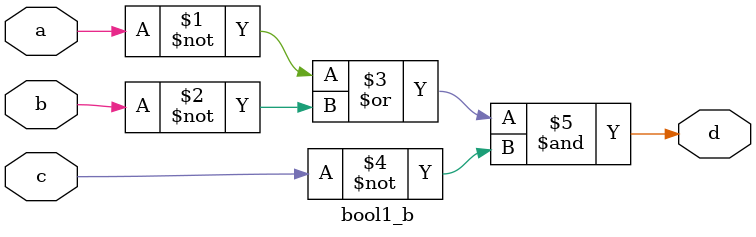
<source format=v>
`timescale 1ns / 1ps

module bool1_b(
input a, b, c,
output d
    );
    assign d= ((~a)|(~b))&(~c);
endmodule

</source>
